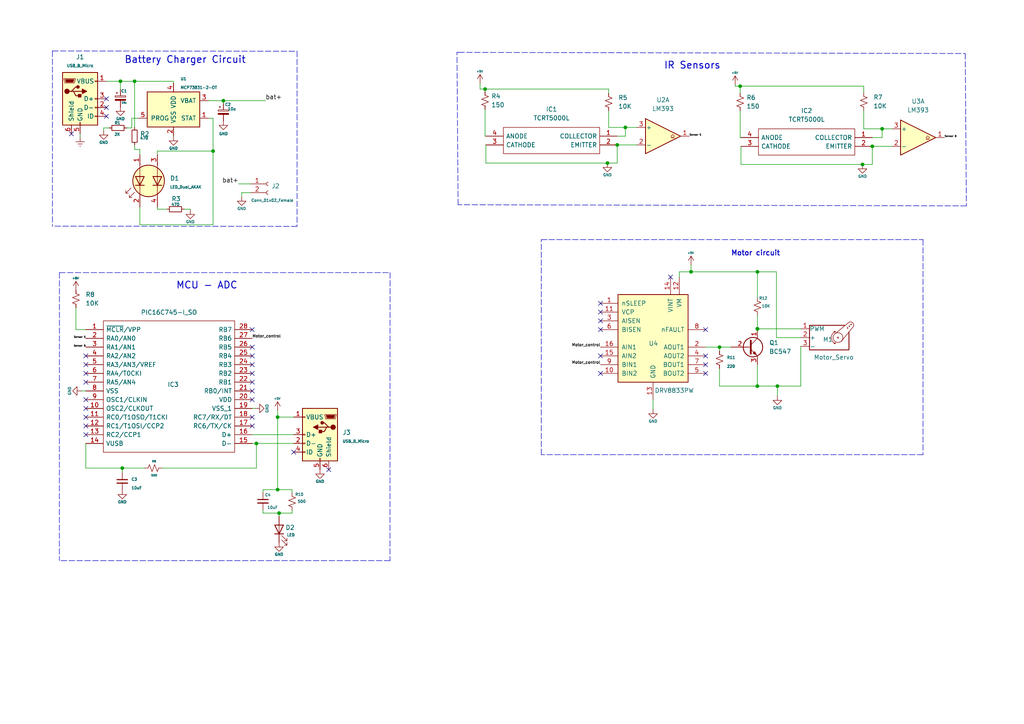
<source format=kicad_sch>
(kicad_sch (version 20211123) (generator eeschema)
  (paper "A4")
  (title_block (title "Smart Tap") (company "Beyond Grades") (comment 1 "Designed by: Elizabeth Musanga"))
  (lib_symbols
    (symbol "Battery_Management:MCP73831-2-OT" (pin_names (offset 1.016))
      (property "Reference" "U" (at -7.62 6.35 0))
      (property "Value" "MCP73831-2-OT" (at 1.27 6.35 0))
      (symbol "MCP73831-2-OT_0_1"
        (rectangle (start -7.62 5.08) (end 7.62 -5.08) (stroke (width 0.254)) (fill (type background)))
      )
      (symbol "MCP73831-2-OT_1_1"
        (pin output line (at 10.16 -2.54 180) (length 2.54) (name "STAT") (number "1"))
        (pin power_in line (at 0 -7.62 90) (length 2.54) (name "VSS") (number "2"))
        (pin power_out line (at 10.16 2.54 180) (length 2.54) (name "VBAT") (number "3"))
        (pin power_in line (at 0 7.62 270) (length 2.54) (name "VDD") (number "4"))
        (pin input line (at -10.16 -2.54 0) (length 2.54) (name "PROG") (number "5"))
      )
    )
    (symbol "Comparator:LM393" (pin_names (offset 0.127))
      (property "Reference" "U" (at 3.81 3.81 0))
      (property "Value" "LM393" (at 6.35 -3.81 0))
      (symbol "LM393_1_1"
        (polyline (pts (xy -5.08 5.08) (xy 5.08 0) (xy -5.08 -5.08) (xy -5.08 5.08)) (stroke (width 0.254)) (fill (type background)))
        (polyline (pts (xy 3.302 -0.508) (xy 2.794 -0.508) (xy 3.302 0) (xy 2.794 0.508) (xy 2.286 0) (xy 2.794 -0.508) (xy 2.286 -0.508)) (stroke (width 0.127)))
        (pin open_collector line (at 7.62 0 180) (length 2.54) (name "~") (number "1"))
        (pin input line (at -7.62 -2.54 0) (length 2.54) (name "-") (number "2"))
        (pin input line (at -7.62 2.54 0) (length 2.54) (name "+") (number "3"))
      )
      (symbol "LM393_2_1"
        (polyline (pts (xy -5.08 5.08) (xy 5.08 0) (xy -5.08 -5.08) (xy -5.08 5.08)) (stroke (width 0.254)) (fill (type background)))
        (polyline (pts (xy 3.302 -0.508) (xy 2.794 -0.508) (xy 3.302 0) (xy 2.794 0.508) (xy 2.286 0) (xy 2.794 -0.508) (xy 2.286 -0.508)) (stroke (width 0.127)))
        (pin input line (at -7.62 2.54 0) (length 2.54) (name "+") (number "5"))
        (pin input line (at -7.62 -2.54 0) (length 2.54) (name "_") (number "6"))
        (pin open_collector line (at 7.62 0 180) (length 2.54) (name "~") (number "7"))
      )
      (symbol "LM393_3_1"
        (pin power_in line (at -2.54 -7.62 90) (length 3.81) (name "V-") (number "4"))
        (pin power_in line (at -2.54 7.62 270) (length 3.81) (name "V+") (number "8"))
      )
    )
    (symbol "Connector:Conn_01x02_Female" (pin_names (offset 1.016) hide)
      (property "Reference" "J" (at 0 2.54 0))
      (property "Value" "Conn_01x02_Female" (at 0 -5.08 0))
      (symbol "Conn_01x02_Female_1_1"
        (arc (start 0 -2.032) (mid -0.508 -2.54) (end 0 -3.048) (stroke (width 0.1524)))
        (polyline (pts (xy -1.27 -2.54) (xy -0.508 -2.54)) (stroke (width 0.1524)))
        (polyline (pts (xy -1.27 0) (xy -0.508 0)) (stroke (width 0.1524)))
        (arc (start 0 0.508) (mid -0.508 0) (end 0 -0.508) (stroke (width 0.1524)))
        (pin passive line (at -5.08 0 0) (length 3.81) (name "Pin_1") (number "1"))
        (pin passive line (at -5.08 -2.54 0) (length 3.81) (name "Pin_2") (number "2"))
      )
    )
    (symbol "Connector:USB_B_Micro" (pin_names (offset 1.016))
      (property "Reference" "J" (at -5.08 11.43 0))
      (property "Value" "USB_B_Micro" (at -5.08 8.89 0))
      (symbol "USB_B_Micro_0_1"
        (rectangle (start -5.08 -7.62) (end 5.08 7.62) (stroke (width 0.254)) (fill (type background)))
        (circle (center -3.81 2.159) (radius 0.635) (stroke (width 0.254)) (fill (type outline)))
        (circle (center -0.635 3.429) (radius 0.381) (stroke (width 0.254)) (fill (type outline)))
        (rectangle (start -0.127 -7.62) (end 0.127 -6.858))
        (polyline (pts (xy -1.905 2.159) (xy 0.635 2.159)) (stroke (width 0.254)))
        (polyline (pts (xy -3.175 2.159) (xy -2.54 2.159) (xy -1.27 3.429) (xy -0.635 3.429)) (stroke (width 0.254)))
        (polyline (pts (xy -2.54 2.159) (xy -1.905 2.159) (xy -1.27 0.889) (xy 0 0.889)) (stroke (width 0.254)))
        (polyline (pts (xy 0.635 2.794) (xy 0.635 1.524) (xy 1.905 2.159) (xy 0.635 2.794)) (stroke (width 0.254)) (fill (type outline)))
        (polyline (pts (xy -4.318 5.588) (xy -1.778 5.588) (xy -2.032 4.826) (xy -4.064 4.826) (xy -4.318 5.588)) (fill (type outline)))
        (polyline (pts (xy -4.699 5.842) (xy -4.699 5.588) (xy -4.445 4.826) (xy -4.445 4.572) (xy -1.651 4.572) (xy -1.651 4.826) (xy -1.397 5.588) (xy -1.397 5.842) (xy -4.699 5.842)))
        (rectangle (start 0.254 1.27) (end -0.508 0.508) (stroke (width 0.254)) (fill (type outline)))
        (rectangle (start 5.08 -5.207) (end 4.318 -4.953))
        (rectangle (start 5.08 -2.667) (end 4.318 -2.413))
        (rectangle (start 5.08 -0.127) (end 4.318 0.127))
        (rectangle (start 5.08 4.953) (end 4.318 5.207))
      )
      (symbol "USB_B_Micro_1_1"
        (pin power_out line (at 7.62 5.08 180) (length 2.54) (name "VBUS") (number "1"))
        (pin bidirectional line (at 7.62 -2.54 180) (length 2.54) (name "D-") (number "2"))
        (pin bidirectional line (at 7.62 0 180) (length 2.54) (name "D+") (number "3"))
        (pin passive line (at 7.62 -5.08 180) (length 2.54) (name "ID") (number "4"))
        (pin power_out line (at 0 -10.16 90) (length 2.54) (name "GND") (number "5"))
        (pin passive line (at -2.54 -10.16 90) (length 2.54) (name "Shield") (number "6"))
      )
    )
    (symbol "Device:C_Polarized_Small" (pin_numbers hide) (pin_names (offset 0.254) hide)
      (property "Reference" "C" (at 0.254 1.778 0))
      (property "Value" "C_Polarized_Small" (at 0.254 -2.032 0))
      (symbol "C_Polarized_Small_0_1"
        (rectangle (start -1.524 -0.3048) (end 1.524 -0.6858) (fill (type outline)))
        (rectangle (start -1.524 0.6858) (end 1.524 0.3048))
        (polyline (pts (xy -1.27 1.524) (xy -0.762 1.524)))
        (polyline (pts (xy -1.016 1.27) (xy -1.016 1.778)))
      )
      (symbol "C_Polarized_Small_1_1"
        (pin passive line (at 0 2.54 270) (length 1.8542) (name "~") (number "1"))
        (pin passive line (at 0 -2.54 90) (length 1.8542) (name "~") (number "2"))
      )
    )
    (symbol "Device:C_Small" (pin_numbers hide) (pin_names (offset 0.254) hide)
      (property "Reference" "C" (at 0.254 1.778 0))
      (property "Value" "C_Small" (at 0.254 -2.032 0))
      (symbol "C_Small_0_1"
        (polyline (pts (xy -1.524 -0.508) (xy 1.524 -0.508)) (stroke (width 0.3302)))
        (polyline (pts (xy -1.524 0.508) (xy 1.524 0.508)) (stroke (width 0.3048)))
      )
      (symbol "C_Small_1_1"
        (pin passive line (at 0 2.54 270) (length 2.032) (name "~") (number "1"))
        (pin passive line (at 0 -2.54 90) (length 2.032) (name "~") (number "2"))
      )
    )
    (symbol "Device:LED" (pin_numbers hide) (pin_names (offset 1.016) hide)
      (property "Reference" "D" (at 0 2.54 0))
      (property "Value" "LED" (at 0 -2.54 0))
      (symbol "LED_0_1"
        (polyline (pts (xy -1.27 -1.27) (xy -1.27 1.27)) (stroke (width 0.254)))
        (polyline (pts (xy -1.27 0) (xy 1.27 0)))
        (polyline (pts (xy 1.27 -1.27) (xy 1.27 1.27) (xy -1.27 0) (xy 1.27 -1.27)) (stroke (width 0.254)))
        (polyline (pts (xy -3.048 -0.762) (xy -4.572 -2.286) (xy -3.81 -2.286) (xy -4.572 -2.286) (xy -4.572 -1.524)))
        (polyline (pts (xy -1.778 -0.762) (xy -3.302 -2.286) (xy -2.54 -2.286) (xy -3.302 -2.286) (xy -3.302 -1.524)))
      )
      (symbol "LED_1_1"
        (pin passive line (at -3.81 0 0) (length 2.54) (name "K") (number "1"))
        (pin passive line (at 3.81 0 180) (length 2.54) (name "A") (number "2"))
      )
    )
    (symbol "Device:LED_Dual_AKAK" (pin_names (offset 0) hide)
      (property "Reference" "D" (at 0 5.715 0))
      (property "Value" "LED_Dual_AKAK" (at 0 -6.35 0))
      (symbol "LED_Dual_AKAK_0_1"
        (polyline (pts (xy -5.08 -2.54) (xy 2.032 -2.54)))
        (polyline (pts (xy -5.08 2.54) (xy 2.032 2.54)))
        (polyline (pts (xy 1.27 -1.27) (xy 1.27 -3.81)) (stroke (width 0.254)))
        (polyline (pts (xy 1.27 3.81) (xy 1.27 1.27)) (stroke (width 0.254)))
        (polyline (pts (xy 3.81 -2.54) (xy 1.905 -2.54)))
        (polyline (pts (xy 3.81 2.54) (xy 1.905 2.54)))
        (polyline (pts (xy -1.27 -1.27) (xy -1.27 -3.81) (xy 1.27 -2.54) (xy -1.27 -1.27)) (stroke (width 0.254)))
        (polyline (pts (xy -1.27 3.81) (xy -1.27 1.27) (xy 1.27 2.54) (xy -1.27 3.81)) (stroke (width 0.254)))
        (polyline (pts (xy 2.032 5.08) (xy 3.556 6.604) (xy 2.794 6.604) (xy 3.556 6.604) (xy 3.556 5.842)))
        (polyline (pts (xy 3.302 4.064) (xy 4.826 5.588) (xy 4.064 5.588) (xy 4.826 5.588) (xy 4.826 4.826)))
        (circle (center 0 0) (radius 4.572) (stroke (width 0.254)) (fill (type background)))
      )
      (symbol "LED_Dual_AKAK_1_1"
        (pin input line (at -7.62 2.54 0) (length 3.048) (name "A1") (number "1"))
        (pin input line (at 7.62 2.54 180) (length 3.81) (name "K1") (number "2"))
        (pin input line (at -7.62 -2.54 0) (length 3.048) (name "A2") (number "3"))
        (pin input line (at 7.62 -2.54 180) (length 3.81) (name "K2") (number "4"))
      )
    )
    (symbol "Device:R_Small" (pin_numbers hide) (pin_names (offset 0.254) hide)
      (property "Reference" "R" (at 0.762 0.508 0))
      (property "Value" "R_Small" (at 0.762 -1.016 0))
      (symbol "R_Small_0_1"
        (rectangle (start -0.762 1.778) (end 0.762 -1.778) (stroke (width 0.2032)))
      )
      (symbol "R_Small_1_1"
        (pin passive line (at 0 2.54 270) (length 0.762) (name "~") (number "1"))
        (pin passive line (at 0 -2.54 90) (length 0.762) (name "~") (number "2"))
      )
    )
    (symbol "Device:R_Small_US" (pin_numbers hide) (pin_names (offset 0.254) hide)
      (property "Reference" "R" (at 0.762 0.508 0))
      (property "Value" "R_Small_US" (at 0.762 -1.016 0))
      (symbol "R_Small_US_1_1"
        (polyline (pts (xy 0 0) (xy 1.016 -0.381) (xy 0 -0.762) (xy -1.016 -1.143) (xy 0 -1.524)))
        (polyline (pts (xy 0 1.524) (xy 1.016 1.143) (xy 0 0.762) (xy -1.016 0.381) (xy 0 0)))
        (pin passive line (at 0 2.54 270) (length 1.016) (name "~") (number "1"))
        (pin passive line (at 0 -2.54 90) (length 1.016) (name "~") (number "2"))
      )
    )
    (symbol "Driver_Motor:DRV8833PW" (pin_names (offset 1.016))
      (property "Reference" "U" (at -3.81 16.51 0))
      (property "Value" "DRV8833PW" (at -3.81 13.97 0))
      (symbol "DRV8833PW_0_1"
        (rectangle (start -10.16 12.7) (end 10.16 -12.7) (stroke (width 0.254)) (fill (type background)))
      )
      (symbol "DRV8833PW_1_1"
        (pin input line (at -15.24 10.16 0) (length 5.08) (name "nSLEEP") (number "1"))
        (pin input line (at -15.24 -10.16 0) (length 5.08) (name "BIN2") (number "10"))
        (pin bidirectional line (at -15.24 7.62 0) (length 5.08) (name "VCP") (number "11"))
        (pin power_in line (at 7.62 17.78 270) (length 5.08) (name "VM") (number "12"))
        (pin power_in line (at 0 -17.78 90) (length 5.08) (name "GND") (number "13"))
        (pin power_in line (at 5.08 17.78 270) (length 5.08) (name "VINT") (number "14"))
        (pin input line (at -15.24 -5.08 0) (length 5.08) (name "AIN2") (number "15"))
        (pin input line (at -15.24 -2.54 0) (length 5.08) (name "AIN1") (number "16"))
        (pin power_out line (at 15.24 -2.54 180) (length 5.08) (name "AOUT1") (number "2"))
        (pin bidirectional line (at -15.24 5.08 0) (length 5.08) (name "AISEN") (number "3"))
        (pin power_out line (at 15.24 -5.08 180) (length 5.08) (name "AOUT2") (number "4"))
        (pin power_out line (at 15.24 -10.16 180) (length 5.08) (name "BOUT2") (number "5"))
        (pin bidirectional line (at -15.24 2.54 0) (length 5.08) (name "BISEN") (number "6"))
        (pin power_out line (at 15.24 -7.62 180) (length 5.08) (name "BOUT1") (number "7"))
        (pin open_collector line (at 15.24 2.54 180) (length 5.08) (name "nFAULT") (number "8"))
        (pin input line (at -15.24 -7.62 0) (length 5.08) (name "BIN1") (number "9"))
      )
    )
    (symbol "MCU_PIC16C745:PIC16C745-I_SO" (pin_names (offset 0.762))
      (property "Reference" "IC" (at 44.45 7.62 0))
      (property "Value" "PIC16C745-I_SO" (at 44.45 5.08 0))
      (symbol "PIC16C745-I_SO_0_0"
        (pin passive line (at 0 0 0) (length 5.08) (name "~{MCLR}/VPP") (number "1"))
        (pin output line (at 0 -22.86 0) (length 5.08) (name "OSC2/CLKOUT") (number "10"))
        (pin passive line (at 0 -25.4 0) (length 5.08) (name "RC0/T1OSO/T1CKI") (number "11"))
        (pin passive line (at 0 -27.94 0) (length 5.08) (name "RC1/T1OSI/CCP2") (number "12"))
        (pin passive line (at 0 -30.48 0) (length 5.08) (name "RC2/CCP1") (number "13"))
        (pin passive line (at 0 -33.02 0) (length 5.08) (name "VUSB") (number "14"))
        (pin passive line (at 48.26 -33.02 180) (length 5.08) (name "D-") (number "15"))
        (pin passive line (at 48.26 -30.48 180) (length 5.08) (name "D+") (number "16"))
        (pin passive line (at 48.26 -27.94 180) (length 5.08) (name "RC6/TX/CK") (number "17"))
        (pin passive line (at 48.26 -25.4 180) (length 5.08) (name "RC7/RX/DT") (number "18"))
        (pin power_in line (at 48.26 -22.86 180) (length 5.08) (name "VSS_1") (number "19"))
        (pin passive line (at 0 -2.54 0) (length 5.08) (name "RA0/AN0") (number "2"))
        (pin power_in line (at 48.26 -20.32 180) (length 5.08) (name "VDD") (number "20"))
        (pin input line (at 48.26 -17.78 180) (length 5.08) (name "RB0/INT") (number "21"))
        (pin passive line (at 48.26 -15.24 180) (length 5.08) (name "RB1") (number "22"))
        (pin passive line (at 48.26 -12.7 180) (length 5.08) (name "RB2") (number "23"))
        (pin passive line (at 48.26 -10.16 180) (length 5.08) (name "RB3") (number "24"))
        (pin passive line (at 48.26 -7.62 180) (length 5.08) (name "RB4") (number "25"))
        (pin passive line (at 48.26 -5.08 180) (length 5.08) (name "RB5") (number "26"))
        (pin passive line (at 48.26 -2.54 180) (length 5.08) (name "RB6") (number "27"))
        (pin passive line (at 48.26 0 180) (length 5.08) (name "RB7") (number "28"))
        (pin passive line (at 0 -5.08 0) (length 5.08) (name "RA1/AN1") (number "3"))
        (pin passive line (at 0 -7.62 0) (length 5.08) (name "RA2/AN2") (number "4"))
        (pin input line (at 0 -10.16 0) (length 5.08) (name "RA3/AN3/VREF") (number "5"))
        (pin passive line (at 0 -12.7 0) (length 5.08) (name "RA4/T0CKI") (number "6"))
        (pin passive line (at 0 -15.24 0) (length 5.08) (name "RA5/AN4") (number "7"))
        (pin power_in line (at 0 -17.78 0) (length 5.08) (name "VSS") (number "8"))
        (pin input line (at 0 -20.32 0) (length 5.08) (name "OSC1/CLKIN") (number "9"))
      )
      (symbol "PIC16C745-I_SO_0_1"
        (polyline (pts (xy 5.08 2.54) (xy 43.18 2.54) (xy 43.18 -35.56) (xy 5.08 -35.56) (xy 5.08 2.54)) (stroke (width 0.1524)))
      )
    )
    (symbol "Motor:Motor_Servo" (pin_names (offset 0.0254))
      (property "Reference" "M" (at -5.08 4.445 0))
      (property "Value" "Motor_Servo" (at -5.08 -4.064 0))
      (symbol "Motor_Servo_0_1"
        (polyline (pts (xy 2.413 -1.778) (xy 2.032 -1.778)))
        (polyline (pts (xy 2.413 -1.778) (xy 2.286 -1.397)))
        (polyline (pts (xy 2.413 1.778) (xy 1.905 1.778)))
        (polyline (pts (xy 2.413 1.778) (xy 2.286 1.397)))
        (polyline (pts (xy 6.35 4.445) (xy 2.54 1.27)))
        (polyline (pts (xy 7.62 3.175) (xy 4.191 -1.016)))
        (polyline (pts (xy 5.08 3.556) (xy -5.08 3.556) (xy -5.08 -3.556) (xy 6.35 -3.556) (xy 6.35 1.524)) (stroke (width 0.254)))
        (arc (start 2.413 1.778) (mid 1.2406 0) (end 2.413 -1.778))
        (circle (center 3.175 0) (radius 0.1778))
        (circle (center 3.175 0) (radius 1.4224))
        (circle (center 5.969 2.794) (radius 0.127))
        (circle (center 6.477 3.302) (radius 0.127))
        (circle (center 6.985 3.81) (radius 0.127))
        (arc (start 7.62 3.175) (mid 7.4485 4.2735) (end 6.35 4.445))
      )
      (symbol "Motor_Servo_1_1"
        (pin passive line (at -7.62 2.54 0) (length 2.54) (name "PWM") (number "1"))
        (pin passive line (at -7.62 0 0) (length 2.54) (name "+") (number "2"))
        (pin passive line (at -7.62 -2.54 0) (length 2.54) (name "-") (number "3"))
      )
    )
    (symbol "TCRT5000L:TCRT5000L" (pin_names (offset 0.762))
      (property "Reference" "IC" (at 34.29 7.62 0))
      (property "Value" "TCRT5000L" (at 34.29 5.08 0))
      (symbol "TCRT5000L_0_0"
        (pin passive line (at 0 0 0) (length 5.08) (name "COLLECTOR") (number "1"))
        (pin passive line (at 0 -2.54 0) (length 5.08) (name "EMITTER") (number "2"))
        (pin passive line (at 38.1 -2.54 180) (length 5.08) (name "CATHODE") (number "3"))
        (pin passive line (at 38.1 0 180) (length 5.08) (name "ANODE") (number "4"))
      )
      (symbol "TCRT5000L_0_1"
        (polyline (pts (xy 5.08 2.54) (xy 33.02 2.54) (xy 33.02 -5.08) (xy 5.08 -5.08) (xy 5.08 2.54)) (stroke (width 0.1524)))
      )
    )
    (symbol "Transistor_BJT:BC547" (pin_names (offset 0) hide)
      (property "Reference" "Q" (at 5.08 1.905 0))
      (property "Value" "BC547" (at 5.08 0 0))
      (symbol "BC547_0_1"
        (polyline (pts (xy 0 0) (xy 0.635 0)))
        (polyline (pts (xy 0.635 0.635) (xy 2.54 2.54)))
        (polyline (pts (xy 0.635 -0.635) (xy 2.54 -2.54) (xy 2.54 -2.54)))
        (polyline (pts (xy 0.635 1.905) (xy 0.635 -1.905) (xy 0.635 -1.905)) (stroke (width 0.508)))
        (polyline (pts (xy 1.27 -1.778) (xy 1.778 -1.27) (xy 2.286 -2.286) (xy 1.27 -1.778) (xy 1.27 -1.778)) (fill (type outline)))
        (circle (center 1.27 0) (radius 2.8194) (stroke (width 0.254)))
      )
      (symbol "BC547_1_1"
        (pin passive line (at 2.54 5.08 270) (length 2.54) (name "C") (number "1"))
        (pin input line (at -5.08 0 0) (length 5.08) (name "B") (number "2"))
        (pin passive line (at 2.54 -5.08 90) (length 2.54) (name "E") (number "3"))
      )
    )
    (symbol "power:+5V" (power) (pin_names (offset 0))
      (property "Value" "+5V" (at 0 3.556 0))
      (symbol "+5V_0_1"
        (polyline (pts (xy -0.762 1.27) (xy 0 2.54)))
        (polyline (pts (xy 0 0) (xy 0 2.54)))
        (polyline (pts (xy 0 2.54) (xy 0.762 1.27)))
      )
      (symbol "+5V_1_1"
        (pin power_in line (at 0 0 90) (length 0) hide (name "+5V") (number "1"))
      )
    )
    (symbol "power:Earth" (power) (pin_names (offset 0))
      (symbol "Earth_0_1"
        (polyline (pts (xy -0.635 -1.905) (xy 0.635 -1.905)))
        (polyline (pts (xy -0.127 -2.54) (xy 0.127 -2.54)))
        (polyline (pts (xy 0 -1.27) (xy 0 0)))
        (polyline (pts (xy 1.27 -1.27) (xy -1.27 -1.27)))
      )
      (symbol "Earth_1_1"
        (pin power_in line (at 0 0 270) (length 0) hide (name "Earth") (number "1"))
      )
    )
    (symbol "power:GND" (power) (pin_names (offset 0))
      (property "Value" "GND" (at 0 -3.81 0))
      (symbol "GND_0_1"
        (polyline (pts (xy 0 0) (xy 0 -1.27) (xy 1.27 -1.27) (xy 0 -2.54) (xy -1.27 -1.27) (xy 0 -1.27)))
      )
      (symbol "GND_1_1"
        (pin power_in line (at 0 0 270) (length 0) hide (name "GND") (number "1"))
      )
    )
  )
  (junction (at 39.0398 23.5712))
  (junction (at 80.518 142.0114))
  (junction (at 253.0094 42.4434))
  (junction (at 225.4758 111.9886))
  (junction (at 74.3712 128.6256))
  (junction (at 214.6808 24.9936))
  (junction (at 64.7954 29.21))
  (junction (at 219.6846 78.8416))
  (junction (at 61.7982 43.815))
  (junction (at 208.6864 100.6856))
  (junction (at 34.925 23.5712))
  (junction (at 219.6846 95.377))
  (junction (at 140.6906 25.8318))
  (junction (at 35.4584 135.763))
  (junction (at 80.518 120.9802))
  (junction (at 250.1646 47.7012))
  (junction (at 80.9498 148.8186))
  (junction (at 181.3814 36.957))
  (junction (at 255.8542 37.3634))
  (junction (at 179.0192 42.037))
  (junction (at 200.4314 78.8416))
  (junction (at 176.1744 47.2948))
  (junction (at 219.6592 111.9886))
  (junction (at 219.6592 95.377))
  (no_connect (at 24.892 115.9256))
  (no_connect (at 24.892 121.0056))
  (no_connect (at 24.892 118.4656))
  (no_connect (at 24.892 126.0856))
  (no_connect (at 73.152 105.7656))
  (no_connect (at 73.152 103.2256))
  (no_connect (at 73.152 100.6856))
  (no_connect (at 24.892 110.8456))
  (no_connect (at 24.892 108.3056))
  (no_connect (at 24.892 105.7656))
  (no_connect (at 24.892 103.2256))
  (no_connect (at 73.152 121.0056))
  (no_connect (at 73.152 123.5456))
  (no_connect (at 73.152 115.9256))
  (no_connect (at 73.152 113.3856))
  (no_connect (at 73.152 110.8456))
  (no_connect (at 73.152 108.3056))
  (no_connect (at 73.152 95.6056))
  (no_connect (at 85.1916 131.1402))
  (no_connect (at 174.1678 103.2256))
  (no_connect (at 174.1678 108.3056))
  (no_connect (at 204.6478 108.3056))
  (no_connect (at 204.6478 105.7656))
  (no_connect (at 95.3516 136.2202))
  (no_connect (at 174.1678 87.9856))
  (no_connect (at 174.1678 93.0656))
  (no_connect (at 174.1678 90.5256))
  (no_connect (at 174.1678 95.6056))
  (no_connect (at 194.4878 80.3656))
  (no_connect (at 204.6478 95.6056))
  (no_connect (at 204.6478 103.2256))
  (no_connect (at 24.892 123.5456))
  (no_connect (at 30.861 28.6512))
  (no_connect (at 30.861 31.1912))
  (no_connect (at 30.861 33.7312))
  (no_connect (at 20.701 38.8112))
  (wire (pts (xy 47.0154 135.763) (xy 74.3712 135.763)))
  (wire (pts (xy 225.1964 78.8416) (xy 219.6846 78.8416)))
  (wire (pts (xy 60.4774 29.21) (xy 64.7954 29.21)))
  (wire (pts (xy 232.2576 111.9886) (xy 232.2576 100.457)))
  (polyline (pts (xy 156.9974 131.8768) (xy 156.9974 69.4944)))
  (wire (pts (xy 214.6808 24.9936) (xy 214.6808 27.0256)))
  (wire (pts (xy 84.709 148.0566) (xy 84.709 148.8186)))
  (wire (pts (xy 80.518 120.9802) (xy 85.1916 120.9802)))
  (wire (pts (xy 219.6592 95.377) (xy 219.6846 95.377)))
  (wire (pts (xy 80.518 142.0114) (xy 84.709 142.0114)))
  (wire (pts (xy 61.7982 34.29) (xy 61.7982 43.815)))
  (wire (pts (xy 189.4078 115.9256) (xy 189.4078 118.745)))
  (wire (pts (xy 35.4584 135.763) (xy 35.4584 137.0838)))
  (wire (pts (xy 208.6864 106.8832) (xy 208.6864 111.9886)))
  (wire (pts (xy 45.6438 44.8564) (xy 45.6438 43.815)))
  (wire (pts (xy 214.6808 24.9936) (xy 213.233 24.9936)))
  (wire (pts (xy 73.152 118.4656) (xy 74.041 118.4656)))
  (wire (pts (xy 73.152 128.6256) (xy 74.3712 128.6256)))
  (wire (pts (xy 24.892 128.6256) (xy 24.892 135.763)))
  (wire (pts (xy 140.9192 42.037) (xy 140.9192 47.2948)))
  (wire (pts (xy 76.2762 147.9296) (xy 76.2762 148.8186)))
  (wire (pts (xy 80.518 120.9802) (xy 80.518 142.0114)))
  (wire (pts (xy 250.5202 26.9494) (xy 250.5202 24.9936)))
  (wire (pts (xy 250.5202 37.3634) (xy 255.8542 37.3634)))
  (wire (pts (xy 34.925 23.5712) (xy 34.925 25.9334)))
  (wire (pts (xy 74.3712 135.763) (xy 74.3712 128.6256)))
  (wire (pts (xy 39.0398 42.037) (xy 39.0398 43.3578)))
  (wire (pts (xy 213.233 24.9936) (xy 213.233 24.5618)))
  (wire (pts (xy 84.709 148.8186) (xy 80.9498 148.8186)))
  (wire (pts (xy 76.2762 142.8496) (xy 76.2762 142.0114)))
  (wire (pts (xy 250.5202 32.0294) (xy 250.5202 37.3634)))
  (wire (pts (xy 255.8542 37.3634) (xy 258.6736 37.3634)))
  (wire (pts (xy 39.0398 23.5712) (xy 39.0398 36.957)))
  (wire (pts (xy 40.5638 65.1764) (xy 40.5638 60.0964)))
  (wire (pts (xy 80.518 119.0498) (xy 80.518 120.9802)))
  (wire (pts (xy 35.4584 135.763) (xy 41.9354 135.763)))
  (wire (pts (xy 38.227 34.29) (xy 40.1574 34.29)))
  (wire (pts (xy 253.0094 42.4434) (xy 258.6736 42.4434)))
  (wire (pts (xy 200.4314 76.8096) (xy 200.4314 78.8416)))
  (wire (pts (xy 176.53 36.957) (xy 181.3814 36.957)))
  (polyline (pts (xy 113.1062 162.6108) (xy 17.2212 162.6108)))
  (wire (pts (xy 214.9094 47.7012) (xy 250.1646 47.7012)))
  (wire (pts (xy 179.0192 42.037) (xy 184.6834 42.037)))
  (wire (pts (xy 76.2762 148.8186) (xy 80.9498 148.8186)))
  (polyline (pts (xy 132.5372 15.1892) (xy 133.096 15.1892)))
  (wire (pts (xy 225.1964 97.917) (xy 225.1964 78.8416)))
  (polyline (pts (xy 17.2466 79.0702) (xy 17.2212 162.6108)))
  (wire (pts (xy 219.6846 91.4146) (xy 219.6846 95.377)))
  (wire (pts (xy 197.0278 78.8416) (xy 200.4314 78.8416)))
  (wire (pts (xy 197.0278 78.8416) (xy 197.0278 80.3656)))
  (wire (pts (xy 80.9498 148.8186) (xy 80.9498 149.7584)))
  (wire (pts (xy 39.0398 23.5712) (xy 50.3174 23.5712)))
  (polyline (pts (xy 267.716 69.4944) (xy 267.716 131.8768)))
  (wire (pts (xy 23.241 38.8112) (xy 23.241 39.8526)))
  (wire (pts (xy 200.4314 78.8416) (xy 219.6846 78.8416)))
  (wire (pts (xy 225.4758 111.9886) (xy 232.2576 111.9886)))
  (polyline (pts (xy 159.1564 69.4944) (xy 267.716 69.4944)))
  (wire (pts (xy 30.0736 37.8968) (xy 30.0736 37.1094)))
  (wire (pts (xy 22.0218 95.6056) (xy 24.892 95.6056)))
  (wire (pts (xy 232.2576 97.917) (xy 225.1964 97.917)))
  (polyline (pts (xy 267.716 131.8768) (xy 156.9974 131.8768)))
  (wire (pts (xy 22.0218 89.2302) (xy 22.0218 95.6056)))
  (wire (pts (xy 55.1942 60.6806) (xy 55.1942 60.9092)))
  (wire (pts (xy 61.7982 65.1764) (xy 61.7982 43.815)))
  (wire (pts (xy 250.5202 24.9936) (xy 214.6808 24.9936)))
  (polyline (pts (xy 15.2146 14.7828) (xy 86.1568 14.859)))
  (polyline (pts (xy 280.289 59.7154) (xy 132.8674 59.3852)))
  (wire (pts (xy 225.4758 111.9886) (xy 225.4758 114.8588)))
  (wire (pts (xy 176.53 27.051) (xy 176.53 25.8318)))
  (wire (pts (xy 50.3174 23.5712) (xy 50.3174 24.13)))
  (polyline (pts (xy 279.9588 15.5194) (xy 280.289 59.7154)))
  (wire (pts (xy 219.6592 105.7656) (xy 219.6592 111.9886)))
  (wire (pts (xy 253.0094 47.7012) (xy 250.1646 47.7012)))
  (wire (pts (xy 219.6592 111.9886) (xy 225.4758 111.9886)))
  (wire (pts (xy 30.861 23.5712) (xy 34.925 23.5712)))
  (polyline (pts (xy 17.2466 79.0702) (xy 113.1316 79.0702)))
  (wire (pts (xy 74.3712 128.6256) (xy 85.1916 128.6002)))
  (wire (pts (xy 70.104 57.0738) (xy 70.104 55.88)))
  (polyline (pts (xy 86.1568 14.859) (xy 86.1568 65.659)))
  (wire (pts (xy 60.4774 34.29) (xy 61.7982 34.29)))
  (wire (pts (xy 34.925 23.5712) (xy 39.0398 23.5712)))
  (wire (pts (xy 181.3814 39.497) (xy 181.3814 36.957)))
  (wire (pts (xy 219.6846 95.377) (xy 232.2576 95.377)))
  (wire (pts (xy 253.0094 42.4434) (xy 253.0094 47.7012)))
  (wire (pts (xy 176.53 32.131) (xy 176.53 36.957)))
  (polyline (pts (xy 15.2146 14.7828) (xy 15.2146 65.5828)))
  (wire (pts (xy 208.6864 111.9886) (xy 219.6592 111.9886)))
  (wire (pts (xy 69.215 53.34) (xy 72.6694 53.34)))
  (wire (pts (xy 204.6478 100.6856) (xy 208.6864 100.6856)))
  (polyline (pts (xy 132.8674 59.3852) (xy 132.5372 15.1892)))
  (wire (pts (xy 208.6864 100.6856) (xy 208.6864 101.8032)))
  (wire (pts (xy 181.3814 36.957) (xy 184.6834 36.957)))
  (wire (pts (xy 53.4416 60.6806) (xy 55.1942 60.6806)))
  (wire (pts (xy 179.0192 39.497) (xy 181.3814 39.497)))
  (wire (pts (xy 179.0192 47.2948) (xy 176.1744 47.2948)))
  (wire (pts (xy 64.7954 29.21) (xy 64.7954 29.9974)))
  (wire (pts (xy 139.2428 25.8318) (xy 139.2428 24.1554)))
  (wire (pts (xy 214.6808 39.9034) (xy 214.9094 39.9034)))
  (wire (pts (xy 73.152 126.0856) (xy 85.1916 126.0602)))
  (wire (pts (xy 70.104 55.88) (xy 72.6694 55.88)))
  (wire (pts (xy 64.7954 29.21) (xy 76.9874 29.21)))
  (wire (pts (xy 140.6906 31.6992) (xy 140.6906 39.497)))
  (wire (pts (xy 36.7538 37.1094) (xy 38.227 37.1094)))
  (wire (pts (xy 30.0736 37.1094) (xy 31.6738 37.1094)))
  (wire (pts (xy 39.0398 43.3578) (xy 40.5638 43.3578)))
  (wire (pts (xy 179.0192 42.037) (xy 179.0192 47.2948)))
  (wire (pts (xy 140.6906 25.8318) (xy 139.2428 25.8318)))
  (wire (pts (xy 45.6438 60.6806) (xy 48.3616 60.6806)))
  (wire (pts (xy 214.6808 32.1056) (xy 214.6808 39.9034)))
  (wire (pts (xy 214.9094 42.4434) (xy 214.9094 47.7012)))
  (wire (pts (xy 140.9192 47.2948) (xy 176.1744 47.2948)))
  (wire (pts (xy 176.53 25.8318) (xy 140.6906 25.8318)))
  (polyline (pts (xy 156.9974 69.4944) (xy 159.1818 69.4944)))
  (wire (pts (xy 45.6438 60.0964) (xy 45.6438 60.6806)))
  (wire (pts (xy 76.2762 142.0114) (xy 80.518 142.0114)))
  (wire (pts (xy 23.622 113.3856) (xy 24.892 113.3856)))
  (wire (pts (xy 208.6864 100.6856) (xy 212.0392 100.6856)))
  (wire (pts (xy 140.6906 25.8318) (xy 140.6906 26.6192)))
  (wire (pts (xy 219.6846 78.8416) (xy 219.6846 86.3346)))
  (wire (pts (xy 253.0094 39.9034) (xy 255.8542 39.9034)))
  (wire (pts (xy 40.5638 65.1764) (xy 61.7982 65.1764)))
  (wire (pts (xy 40.5638 43.3578) (xy 40.5638 44.8564)))
  (polyline (pts (xy 113.1316 79.0702) (xy 113.1062 162.6108)))
  (wire (pts (xy 50.3174 39.37) (xy 50.3174 39.5986)))
  (wire (pts (xy 140.6906 39.497) (xy 140.9192 39.497)))
  (wire (pts (xy 219.6592 95.6056) (xy 219.6592 95.377)))
  (polyline (pts (xy 86.1568 65.659) (xy 15.2146 65.5828)))
  (wire (pts (xy 84.709 142.0114) (xy 84.709 142.9766)))
  (polyline (pts (xy 133.0452 15.1892) (xy 279.9588 15.5194)))
  (wire (pts (xy 255.8542 39.9034) (xy 255.8542 37.3634)))
  (wire (pts (xy 45.6438 43.815) (xy 61.7982 43.815)))
  (wire (pts (xy 24.892 135.763) (xy 35.4584 135.763)))
  (wire (pts (xy 38.227 37.1094) (xy 38.227 34.29)))
  (text " Battery Charger Circuit" (at 34.4932 18.6182 0) (effects (font (size 2 2) (thickness 0.254) bold) (justify left bottom)))
  (text "Motor circuit" (at 211.9884 74.3966 0) (effects (font (size 1.45 1.45) (thickness 0.254) bold) (justify left bottom)))
  (text "IR Sensors" (at 192.532 20.2692 0) (effects (font (size 2 2) (thickness 0.254) bold) (justify left bottom)))
  (text "MCU - ADC" (at 51.0286 84.0486 0) (effects (font (size 2 2) (thickness 0.254) bold) (justify left bottom)))
  (label "Motor_control" (at 174.1678 100.6856 180) (effects (font (size 0.8 0.8))))
  (label "Sensor B" (at 24.892 100.6856 180) (effects (font (size 0.5 0.5))))
  (label "Sensor B" (at 273.9136 39.9034 0) (effects (font (size 0.5 0.5))))
  (label "Sensor S" (at 24.892 98.1456 180) (effects (font (size 0.5 0.5))))
  (label "Motor_control" (at 73.152 98.1456 0) (effects (font (size 0.8 0.8))))
  (label "Sensor S" (at 199.9234 39.497 0) (effects (font (size 0.5 0.5))))
  (label "bat+" (at 69.215 53.34 180))
  (label "bat+" (at 76.9874 29.21 0))
  (label "Motor_control" (at 174.1678 105.7656 180) (effects (font (size 0.8 0.8))))
  (symbol (lib_id "power:GND") (at 34.925 31.0134 0) (mirror y) (unit 1)
    (property "Reference" "#PWR0107" (effects hide))
    (property "Value" "GND" (at 34.925 34.4424 0) (effects (font (size 0.8 0.8))))
  )
  (symbol (lib_id "Device:R_Small_US") (at 22.0218 86.6902 0) (unit 1)
    (property "Reference" "R8" (at 24.8158 85.4201 0) (effects (justify left)))
    (property "Value" "10K" (at 24.8158 87.9601 0) (effects (justify left)))
  )
  (symbol (lib_id "Device:C_Polarized_Small") (at 64.7954 32.5374 0) (unit 1)
    (property "Reference" "C2" (at 65.2526 30.3276 0) (effects (font (size 0.8 0.8)) (justify left)))
    (property "Value" "10u" (at 66.0654 31.5976 0) (effects (font (size 0.8 0.8)) (justify left)))
  )
  (symbol (lib_id "Device:R_Small") (at 34.2138 37.1094 270) (mirror x) (unit 1)
    (property "Reference" "R1" (at 33.2232 35.6362 90) (effects (font (size 0.8 0.8)) (justify left)))
    (property "Value" "2K" (at 33.1724 38.9636 90) (effects (font (size 0.8 0.8)) (justify left)))
  )
  (symbol (lib_id "Device:R_Small_US") (at 250.5202 29.4894 0) (unit 1)
    (property "Reference" "R7" (at 253.3142 28.2193 0) (effects (justify left)))
    (property "Value" "10K" (at 253.3142 30.7593 0) (effects (justify left)))
  )
  (symbol (lib_id "Driver_Motor:DRV8833PW") (at 189.4078 98.1456 0) (unit 1)
    (property "Reference" "U4" (at 188.1378 99.6188 0) (effects (justify left)))
    (property "Value" "DRV8833PW" (at 189.865 113.2586 0) (effects (justify left)))
    (property "Footprint" "Package_SO:TSSOP-16_4.4x5mm_P0.65mm" (effects hide))
    (property "Datasheet" "http://www.ti.com/lit/ds/symlink/drv8833.pdf" (effects hide))
  )
  (symbol (lib_id "power:GND") (at 23.622 113.3856 270) (unit 1)
    (property "Reference" "#PWR012" (effects hide))
    (property "Value" "GND" (at 20.193 113.3856 0) (effects (font (size 0.8 0.8))))
  )
  (symbol (lib_id "Transistor_BJT:BC547") (at 217.1192 100.6856 0) (unit 1)
    (property "Reference" "Q1" (at 223.0882 99.4155 0) (effects (justify left)))
    (property "Value" "BC547" (at 223.0882 101.9555 0) (effects (justify left)))
    (property "Footprint" "Package_TO_SOT_THT:TO-92_Inline" (effects hide))
    (property "Datasheet" "https://www.onsemi.com/pub/Collateral/BC550-D.pdf" (effects hide))
  )
  (symbol (lib_id "power:GND") (at 55.1942 60.9092 0) (unit 1)
    (property "Reference" "#PWR04" (effects hide))
    (property "Value" "GND" (at 55.1942 64.3382 0) (effects (font (size 0.8 0.8))))
  )
  (symbol (lib_id "power:+5V") (at 213.233 24.5618 0) (unit 1)
    (property "Reference" "#PWR0109" (effects hide))
    (property "Value" "+5V" (at 213.1314 21.1074 0) (effects (font (size 0.6 0.6))))
  )
  (symbol (lib_id "power:GND") (at 92.8116 136.2202 0) (mirror y) (unit 1)
    (property "Reference" "#PWR0103" (effects hide))
    (property "Value" "GND" (at 92.8116 139.6492 0) (effects (font (size 0.8 0.8))))
  )
  (symbol (lib_id "Comparator:LM393") (at 192.3034 39.497 0) (unit 1)
    (property "Reference" "U2" (at 192.3034 28.9814 0))
    (property "Value" "LM393" (at 192.3034 31.5214 0))
    (property "Datasheet" "http://www.ti.com/lit/ds/symlink/lm393.pdf" (effects hide))
  )
  (symbol (lib_id "Device:R_Small_US") (at 208.6864 104.3432 0) (unit 1)
    (property "Reference" "R11" (at 210.82 103.7082 0) (effects (font (size 0.8 0.8)) (justify left)))
    (property "Value" "220" (at 210.82 106.2482 0) (effects (font (size 0.8 0.8)) (justify left)))
  )
  (symbol (lib_id "power:+5V") (at 80.518 119.0498 0) (unit 1)
    (property "Reference" "#PWR0105" (effects hide))
    (property "Value" "+5V" (at 80.4164 115.5954 0) (effects (font (size 0.6 0.6))))
  )
  (symbol (lib_id "power:GND") (at 50.3174 39.5986 0) (unit 1)
    (property "Reference" "#PWR03" (effects hide))
    (property "Value" "GND" (at 50.3174 43.0276 0) (effects (font (size 0.8 0.8))))
  )
  (symbol (lib_id "power:GND") (at 64.7954 35.0774 0) (unit 1)
    (property "Reference" "#PWR05" (effects hide))
    (property "Value" "GND" (at 64.8208 38.7858 0) (effects (font (size 0.8 0.8))))
  )
  (symbol (lib_id "Device:C_Polarized_Small") (at 34.925 28.4734 0) (unit 1)
    (property "Reference" "C1" (at 35.1282 26.416 0) (effects (font (size 0.8 0.8)) (justify left)))
    (property "Value" "10u" (at 35.2552 29.7688 0) (effects (font (size 0.5 0.5)) (justify left)))
  )
  (symbol (lib_id "Device:R_Small_US") (at 176.53 29.591 0) (unit 1)
    (property "Reference" "R5" (at 179.324 28.3209 0) (effects (justify left)))
    (property "Value" "10K" (at 179.324 30.8609 0) (effects (justify left)))
  )
  (symbol (lib_id "Device:LED") (at 80.9498 153.5684 90) (unit 1)
    (property "Reference" "D2" (at 82.7786 153.0096 90) (effects (justify right)))
    (property "Value" "LED" (at 83.2104 155.1686 90) (effects (font (size 0.8 0.8)) (justify right)))
  )
  (symbol (lib_id "Device:R_Small") (at 50.9016 60.6806 90) (unit 1)
    (property "Reference" "R3" (at 52.4256 57.6834 90) (effects (justify left)))
    (property "Value" "470" (at 52.0954 59.309 90) (effects (font (size 0.8 0.8)) (justify left)))
  )
  (symbol (lib_id "power:GND") (at 35.4584 142.1638 0) (unit 1)
    (property "Reference" "#PWR014" (effects hide))
    (property "Value" "GND" (at 35.4584 145.5928 0) (effects (font (size 0.8 0.8))))
  )
  (symbol (lib_id "power:GND") (at 80.9498 157.3784 0) (unit 1)
    (property "Reference" "#PWR017" (effects hide))
    (property "Value" "GND" (at 80.9498 160.8074 0) (effects (font (size 0.8 0.8))))
  )
  (symbol (lib_id "power:GND") (at 70.104 57.0738 0) (unit 1)
    (property "Reference" "#PWR06" (effects hide))
    (property "Value" "GND" (at 70.104 60.5028 0) (effects (font (size 0.8 0.8))))
  )
  (symbol (lib_id "Device:R_Small_US") (at 44.4754 135.763 90) (unit 1)
    (property "Reference" "R9" (at 44.6786 133.8326 90) (effects (font (size 0.6 0.6))))
    (property "Value" "500" (at 44.704 137.8712 90) (effects (font (size 0.6 0.6))))
  )
  (symbol (lib_id "TCRT5000L:TCRT5000L") (at 179.0192 39.497 0) (mirror y) (unit 1)
    (property "Reference" "IC1" (at 159.9692 31.6992 0))
    (property "Value" "TCRT5000L" (at 159.9692 34.2392 0))
    (property "Footprint" "TCRT5000L" (effects hide))
    (property "Datasheet" "https://datasheet.datasheetarchive.com/originals/distributors/Datasheets-310/86882.pdf" (effects hide))
    (property "Description" "Photointerrupter Reflective Phototransi Vishay TCRT5000L PCB Through Hole Reflective Optical Sensor, Transistor Output 2, Leaded Package" (effects hide))
    (property "Manufacturer_Name" "Vishay" (effects hide))
    (property "Manufacturer_Part_Number" "TCRT5000L" (effects hide))
    (property "Mouser Part Number" "782-TCRT5000L" (effects hide))
    (property "Mouser Price/Stock" "https://www.mouser.co.uk/ProductDetail/Vishay-Semiconductors/TCRT5000L?qs=%2Fjqivxn91cdBAizhsWilRQ%3D%3D" (effects hide))
    (property "Arrow Part Number" "TCRT5000L" (effects hide))
    (property "Arrow Price/Stock" "https://www.arrow.com/en/products/tcrt5000l/vishay?region=nac" (effects hide))
  )
  (symbol (lib_id "Device:C_Small") (at 35.4584 139.6238 0) (unit 1)
    (property "Reference" "C3" (at 38.1 138.9951 0) (effects (font (size 0.8 0.8)) (justify left)))
    (property "Value" "10uF" (at 38.1 141.5351 0) (effects (font (size 0.8 0.8)) (justify left)))
  )
  (symbol (lib_id "power:GND") (at 250.1646 47.7012 0) (unit 1)
    (property "Reference" "#PWR0108" (effects hide))
    (property "Value" "GND" (at 250.1646 51.1302 0) (effects (font (size 0.8 0.8))))
  )
  (symbol (lib_id "power:Earth") (at 23.241 39.8526 0) (unit 1)
    (property "Reference" "#PWR0102" (effects hide))
    (property "Value" "Earth" (effects hide))
  )
  (symbol (lib_id "Device:R_Small_US") (at 84.709 145.5166 0) (unit 1)
    (property "Reference" "R10" (at 86.8172 143.4084 0) (effects (font (size 0.8 0.8))))
    (property "Value" "500" (at 87.503 145.4404 0) (effects (font (size 0.8 0.8))))
  )
  (symbol (lib_id "Connector:Conn_01x02_Female") (at 77.7494 53.34 0) (unit 1)
    (property "Reference" "J2" (at 78.74 53.9749 0) (effects (justify left)))
    (property "Value" "Conn_01x02_Female" (at 72.8472 58.1152 0) (effects (font (size 0.8 0.8)) (justify left)))
  )
  (symbol (lib_id "power:+5V") (at 139.2428 24.1554 0) (unit 1)
    (property "Reference" "#PWR0106" (effects hide))
    (property "Value" "+5V" (at 139.1412 20.701 0) (effects (font (size 0.6 0.6))))
  )
  (symbol (lib_id "power:GND") (at 176.1744 47.2948 0) (unit 1)
    (property "Reference" "#PWR0110" (effects hide))
    (property "Value" "GND" (at 176.1744 50.7238 0) (effects (font (size 0.8 0.8))))
  )
  (symbol (lib_id "power:GND") (at 74.041 118.4656 90) (unit 1)
    (property "Reference" "#PWR015" (effects hide))
    (property "Value" "GND" (at 77.47 118.4656 0) (effects (font (size 0.8 0.8))))
  )
  (symbol (lib_id "Device:R_Small_US") (at 214.6808 29.5656 0) (unit 1)
    (property "Reference" "R6" (at 216.4842 28.2955 0) (effects (justify left)))
    (property "Value" "150" (at 216.4842 30.8355 0) (effects (justify left)))
  )
  (symbol (lib_id "TCRT5000L:TCRT5000L") (at 253.0094 39.9034 0) (mirror y) (unit 1)
    (property "Reference" "IC2" (at 233.9594 32.1056 0))
    (property "Value" "TCRT5000L" (at 233.9594 34.6456 0))
    (property "Footprint" "TCRT5000L" (effects hide))
    (property "Datasheet" "https://datasheet.datasheetarchive.com/originals/distributors/Datasheets-310/86882.pdf" (effects hide))
    (property "Description" "Photointerrupter Reflective Phototransi Vishay TCRT5000L PCB Through Hole Reflective Optical Sensor, Transistor Output 2, Leaded Package" (effects hide))
    (property "Manufacturer_Name" "Vishay" (effects hide))
    (property "Manufacturer_Part_Number" "TCRT5000L" (effects hide))
    (property "Mouser Part Number" "782-TCRT5000L" (effects hide))
    (property "Mouser Price/Stock" "https://www.mouser.co.uk/ProductDetail/Vishay-Semiconductors/TCRT5000L?qs=%2Fjqivxn91cdBAizhsWilRQ%3D%3D" (effects hide))
    (property "Arrow Part Number" "TCRT5000L" (effects hide))
    (property "Arrow Price/Stock" "https://www.arrow.com/en/products/tcrt5000l/vishay?region=nac" (effects hide))
  )
  (symbol (lib_id "Device:R_Small_US") (at 219.6846 88.8746 0) (unit 1)
    (property "Reference" "R12" (at 220.1418 86.487 0) (effects (font (size 0.8 0.8)) (justify left)))
    (property "Value" "10K" (at 220.9292 88.773 0) (effects (font (size 0.8 0.8)) (justify left)))
  )
  (symbol (lib_id "power:+5V") (at 22.0218 84.1502 0) (unit 1)
    (property "Reference" "#PWR0104" (effects hide))
    (property "Value" "+5V" (at 21.9202 80.6958 0) (effects (font (size 0.6 0.6))))
  )
  (symbol (lib_id "power:GND") (at 30.0736 37.8968 0) (mirror y) (unit 1)
    (property "Reference" "#PWR02" (effects hide))
    (property "Value" "GND" (at 30.0736 41.3258 0) (effects (font (size 0.8 0.8))))
  )
  (symbol (lib_id "Connector:USB_B_Micro") (at 92.8116 126.0602 0) (mirror y) (unit 1)
    (property "Reference" "J3" (at 99.3394 125.4251 0) (effects (justify right)))
    (property "Value" "USB_B_Micro" (at 99.3394 127.9652 0) (effects (font (size 0.8 0.8)) (justify right)))
  )
  (symbol (lib_id "Comparator:LM393") (at 266.2936 39.9034 0) (unit 1)
    (property "Reference" "U3" (at 266.2936 29.3878 0))
    (property "Value" "LM393" (at 266.2936 31.9278 0))
    (property "Datasheet" "http://www.ti.com/lit/ds/symlink/lm393.pdf" (effects hide))
  )
  (symbol (lib_id "Device:C_Small") (at 76.2762 145.3896 0) (unit 1)
    (property "Reference" "C4" (at 76.835 143.5354 0) (effects (font (size 0.8 0.8)) (justify left)))
    (property "Value" "10uF" (at 77.5208 147.193 0) (effects (font (size 0.8 0.8)) (justify left)))
  )
  (symbol (lib_id "Battery_Management:MCP73831-2-OT") (at 50.3174 31.75 0) (unit 1)
    (property "Reference" "U1" (at 52.3368 22.86 0) (effects (font (size 0.8 0.8)) (justify left)))
    (property "Value" "MCP73831-2-OT" (at 52.3368 25.4 0) (effects (font (size 0.8 0.8)) (justify left)))
    (property "Footprint" "Package_TO_SOT_SMD:SOT-23-5" (effects hide))
    (property "Datasheet" "http://ww1.microchip.com/downloads/en/DeviceDoc/20001984g.pdf" (effects hide))
  )
  (symbol (lib_id "Connector:USB_B_Micro") (at 23.241 28.6512 0) (unit 1)
    (property "Reference" "J1" (at 23.241 16.51 0))
    (property "Value" "USB_B_Micro" (at 23.241 19.05 0) (effects (font (size 0.8 0.8))))
  )
  (symbol (lib_id "Device:R_Small") (at 39.0398 39.497 0) (unit 1)
    (property "Reference" "R2" (at 40.64 38.8619 0) (effects (justify left)))
    (property "Value" "470" (at 40.5892 40.0812 0) (effects (font (size 0.8 0.8)) (justify left)))
  )
  (symbol (lib_id "Device:R_Small_US") (at 140.6906 29.1592 0) (unit 1)
    (property "Reference" "R4" (at 142.494 27.8891 0) (effects (justify left)))
    (property "Value" "150" (at 142.494 30.4291 0) (effects (justify left)))
  )
  (symbol (lib_id "power:+5V") (at 200.4314 76.8096 0) (unit 1)
    (property "Reference" "#PWR0101" (effects hide))
    (property "Value" "+5V" (at 200.3298 73.3552 0) (effects (font (size 0.6 0.6))))
  )
  (symbol (lib_id "power:GND") (at 189.4078 118.745 0) (unit 1)
    (property "Reference" "#PWR019" (effects hide))
    (property "Value" "GND" (at 189.4078 122.174 0) (effects (font (size 0.8 0.8))))
  )
  (symbol (lib_id "Device:LED_Dual_AKAK") (at 43.1038 52.4764 90) (mirror x) (unit 1)
    (property "Reference" "D1" (at 49.3014 51.7143 90) (effects (justify right)))
    (property "Value" "LED_Dual_AKAK" (at 49.3014 54.2544 90) (effects (font (size 0.8 0.8)) (justify right)))
  )
  (symbol (lib_id "Motor:Motor_Servo") (at 239.8776 97.917 0) (unit 1)
    (property "Reference" "M1" (at 238.6584 98.4758 0) (effects (justify left)))
    (property "Value" "Motor_Servo" (at 236.0168 103.632 0) (effects (justify left)))
    (property "Datasheet" "http://forums.parallax.com/uploads/attachments/46831/74481.png" (effects hide))
  )
  (symbol (lib_id "power:GND") (at 225.4758 114.8588 0) (unit 1)
    (property "Reference" "#PWR021" (effects hide))
    (property "Value" "GND" (at 225.4758 118.2878 0) (effects (font (size 0.8 0.8))))
  )
  (symbol (lib_id "MCU_PIC16C745:PIC16C745-I_SO") (at 24.892 95.6056 0) (unit 1)
    (property "Reference" "IC3" (at 50.2158 111.5314 0))
    (property "Value" "PIC16C745-I_SO" (at 49.022 90.6018 0))
    (property "Footprint" "SOIC127P1030X265-28N" (effects hide))
    (property "Datasheet" "http://ww1.microchip.com/downloads/en/DeviceDoc/41124D.pdf" (effects hide))
    (property "Description" "8bit microcontroller, PIC16C745-I/SO" (effects hide))
    (property "Height" "2.65" (effects hide))
    (property "Manufacturer_Name" "Microchip" (effects hide))
    (property "Manufacturer_Part_Number" "PIC16C745-I/SO" (effects hide))
    (property "Mouser Part Number" "579-PIC16C745ISO" (effects hide))
    (property "Mouser Price/Stock" "https://www.mouser.co.uk/ProductDetail/Microchip-Technology/PIC16C745-I-SO?qs=wPbeaPfwU98sT95NkwQylg%3D%3D" (effects hide))
    (property "Arrow Part Number" "PIC16C745-I/SO" (effects hide))
    (property "Arrow Price/Stock" "https://www.arrow.com/en/products/pic16c745-iso/microchip-technology" (effects hide))
  )
)
</source>
